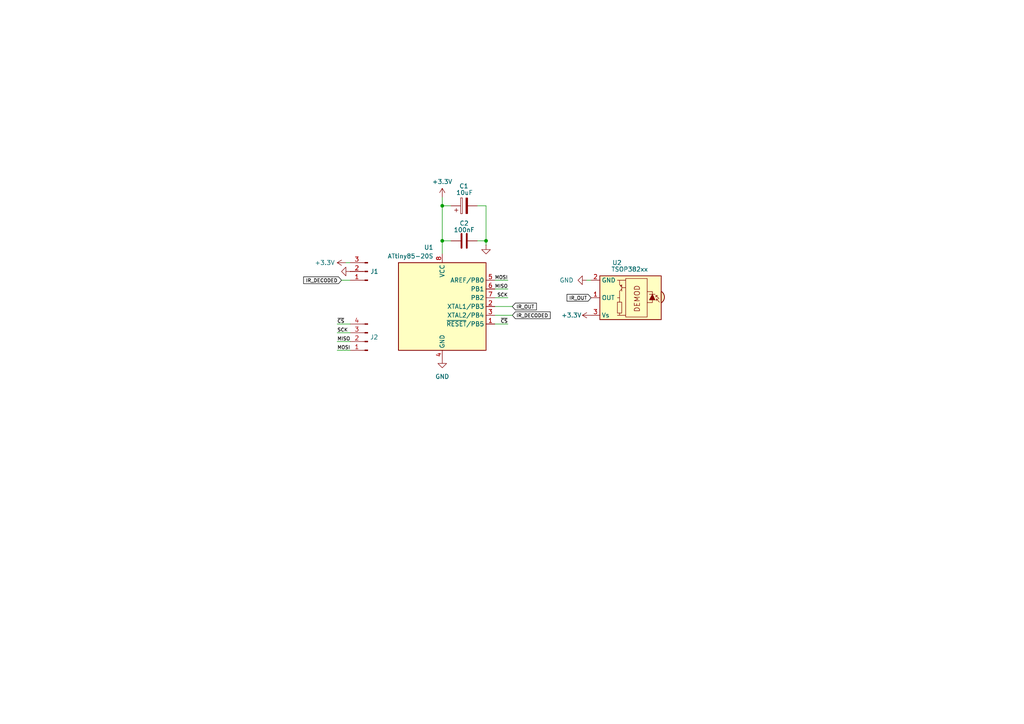
<source format=kicad_sch>
(kicad_sch (version 20231120) (generator "eeschema") (generator_version "8.0")
  (paper "A4")
  (lib_symbols
    (symbol "Connector:Conn_01x03_Pin" (pin_names (offset 1.016) hide)
      (property "Reference" "J" (at 0 5.08 0))
      (property "Value" "Conn_01x03_Pin" (at 0 -5.08 0))
      (symbol "Conn_01x03_Pin_1_1"
        (polyline (pts (xy 1.27 -2.54) (xy 0.8636 -2.54)) (stroke (width 0.1524)))
        (polyline (pts (xy 1.27 0) (xy 0.8636 0)) (stroke (width 0.1524)))
        (polyline (pts (xy 1.27 2.54) (xy 0.8636 2.54)) (stroke (width 0.1524)))
        (rectangle (start 0.8636 -2.413) (end 0 -2.667) (stroke (width 0.1524)) (fill (type outline)))
        (rectangle (start 0.8636 0.127) (end 0 -0.127) (stroke (width 0.1524)) (fill (type outline)))
        (rectangle (start 0.8636 2.667) (end 0 2.413) (stroke (width 0.1524)) (fill (type outline)))
        (pin passive line (at 5.08 2.54 180) (length 3.81) (name "Pin_1") (number "1"))
        (pin passive line (at 5.08 0 180) (length 3.81) (name "Pin_2") (number "2"))
        (pin passive line (at 5.08 -2.54 180) (length 3.81) (name "Pin_3") (number "3"))
      )
    )
    (symbol "Connector:Conn_01x04_Pin" (pin_names (offset 1.016) hide)
      (property "Reference" "J" (at 0 5.08 0))
      (property "Value" "Conn_01x04_Pin" (at 0 -7.62 0))
      (symbol "Conn_01x04_Pin_1_1"
        (polyline (pts (xy 1.27 -5.08) (xy 0.8636 -5.08)) (stroke (width 0.1524)))
        (polyline (pts (xy 1.27 -2.54) (xy 0.8636 -2.54)) (stroke (width 0.1524)))
        (polyline (pts (xy 1.27 0) (xy 0.8636 0)) (stroke (width 0.1524)))
        (polyline (pts (xy 1.27 2.54) (xy 0.8636 2.54)) (stroke (width 0.1524)))
        (rectangle (start 0.8636 -4.953) (end 0 -5.207) (stroke (width 0.1524)) (fill (type outline)))
        (rectangle (start 0.8636 -2.413) (end 0 -2.667) (stroke (width 0.1524)) (fill (type outline)))
        (rectangle (start 0.8636 0.127) (end 0 -0.127) (stroke (width 0.1524)) (fill (type outline)))
        (rectangle (start 0.8636 2.667) (end 0 2.413) (stroke (width 0.1524)) (fill (type outline)))
        (pin passive line (at 5.08 2.54 180) (length 3.81) (name "Pin_1") (number "1"))
        (pin passive line (at 5.08 0 180) (length 3.81) (name "Pin_2") (number "2"))
        (pin passive line (at 5.08 -2.54 180) (length 3.81) (name "Pin_3") (number "3"))
        (pin passive line (at 5.08 -5.08 180) (length 3.81) (name "Pin_4") (number "4"))
      )
    )
    (symbol "Device:C" (pin_numbers hide) (pin_names (offset 0.254))
      (property "Reference" "C" (at 0.635 2.54 0))
      (property "Value" "C" (at 0.635 -2.54 0))
      (symbol "C_0_1"
        (polyline (pts (xy -2.032 -0.762) (xy 2.032 -0.762)) (stroke (width 0.508)))
        (polyline (pts (xy -2.032 0.762) (xy 2.032 0.762)) (stroke (width 0.508)))
      )
      (symbol "C_1_1"
        (pin passive line (at 0 3.81 270) (length 2.794) (name "~") (number "1"))
        (pin passive line (at 0 -3.81 90) (length 2.794) (name "~") (number "2"))
      )
    )
    (symbol "Device:C_Polarized" (pin_numbers hide) (pin_names (offset 0.254))
      (property "Reference" "C" (at 0.635 2.54 0))
      (property "Value" "C_Polarized" (at 0.635 -2.54 0))
      (symbol "C_Polarized_0_1"
        (rectangle (start -2.286 0.508) (end 2.286 1.016))
        (polyline (pts (xy -1.778 2.286) (xy -0.762 2.286)))
        (polyline (pts (xy -1.27 2.794) (xy -1.27 1.778)))
        (rectangle (start 2.286 -0.508) (end -2.286 -1.016) (fill (type outline)))
      )
      (symbol "C_Polarized_1_1"
        (pin passive line (at 0 3.81 270) (length 2.794) (name "~") (number "1"))
        (pin passive line (at 0 -3.81 90) (length 2.794) (name "~") (number "2"))
      )
    )
    (symbol "Interface_Optical:TSOP382xx"
      (property "Reference" "U" (at -10.16 7.62 0))
      (property "Value" "TSOP382xx" (at -10.16 -7.62 0))
      (symbol "TSOP382xx_0_0"
        (arc (start -10.287 1.397) (mid -11.0899 -0.1852) (end -10.287 -1.778) (stroke (width 0.254)) (fill (type background)))
        (polyline (pts (xy 1.905 -5.08) (xy 0.127 -5.08)))
        (polyline (pts (xy 1.905 5.08) (xy 0.127 5.08)))
        (text "DEMOD" (at -3.175 0.254 900) (effects (font (size 1.524 1.524))))
      )
      (symbol "TSOP382xx_0_1"
        (rectangle (start -6.096 5.588) (end 0.127 -5.588))
        (polyline (pts (xy -8.763 0.381) (xy -9.652 1.27)))
        (polyline (pts (xy -8.763 0.381) (xy -9.271 0.381)))
        (polyline (pts (xy -8.763 0.381) (xy -8.763 0.889)))
        (polyline (pts (xy -8.636 -0.635) (xy -9.525 0.254)))
        (polyline (pts (xy -8.636 -0.635) (xy -9.144 -0.635)))
        (polyline (pts (xy -8.636 -0.635) (xy -8.636 -0.127)))
        (polyline (pts (xy -8.382 -1.016) (xy -6.731 -1.016)))
        (polyline (pts (xy 1.27 -2.921) (xy 0.127 -2.921)))
        (polyline (pts (xy 1.27 -1.905) (xy 1.27 -3.81)))
        (polyline (pts (xy 1.397 -3.556) (xy 1.524 -3.556)))
        (polyline (pts (xy 1.651 -3.556) (xy 1.524 -3.556)))
        (polyline (pts (xy 1.651 -3.556) (xy 1.651 -3.302)))
        (polyline (pts (xy 1.905 0) (xy 1.905 1.27)))
        (polyline (pts (xy 1.905 4.445) (xy 1.905 5.08) (xy 2.54 5.08)))
        (polyline (pts (xy -8.382 0.635) (xy -6.731 0.635) (xy -7.62 -1.016) (xy -8.382 0.635)) (fill (type outline)))
        (polyline (pts (xy -6.096 1.397) (xy -7.62 1.397) (xy -7.62 -1.778) (xy -6.096 -1.778)))
        (polyline (pts (xy 1.27 -3.175) (xy 1.905 -3.81) (xy 1.905 -5.08) (xy 2.54 -5.08)))
        (polyline (pts (xy 1.27 -2.54) (xy 1.905 -1.905) (xy 1.905 0) (xy 2.54 0)))
        (rectangle (start 2.54 1.27) (end 1.27 4.445))
        (rectangle (start 7.62 6.35) (end -10.16 -6.35) (stroke (width 0.254)) (fill (type background)))
      )
      (symbol "TSOP382xx_1_1"
        (pin output line (at 10.16 0 180) (length 2.54) (name "OUT") (number "1"))
        (pin power_in line (at 10.16 -5.08 180) (length 2.54) (name "GND") (number "2"))
        (pin power_in line (at 10.16 5.08 180) (length 2.54) (name "Vs") (number "3"))
      )
    )
    (symbol "MCU_Microchip_ATtiny:ATtiny85-20S"
      (property "Reference" "U" (at -12.7 13.97 0))
      (property "Value" "ATtiny85-20S" (at 2.54 -13.97 0))
      (symbol "ATtiny85-20S_0_1"
        (rectangle (start -12.7 -12.7) (end 12.7 12.7) (stroke (width 0.254)) (fill (type background)))
      )
      (symbol "ATtiny85-20S_1_1"
        (pin bidirectional line (at 15.24 -5.08 180) (length 2.54) (name "~{RESET}/PB5") (number "1"))
        (pin bidirectional line (at 15.24 0 180) (length 2.54) (name "XTAL1/PB3") (number "2"))
        (pin bidirectional line (at 15.24 -2.54 180) (length 2.54) (name "XTAL2/PB4") (number "3"))
        (pin power_in line (at 0 -15.24 90) (length 2.54) (name "GND") (number "4"))
        (pin bidirectional line (at 15.24 7.62 180) (length 2.54) (name "AREF/PB0") (number "5"))
        (pin bidirectional line (at 15.24 5.08 180) (length 2.54) (name "PB1") (number "6"))
        (pin bidirectional line (at 15.24 2.54 180) (length 2.54) (name "PB2") (number "7"))
        (pin power_in line (at 0 15.24 270) (length 2.54) (name "VCC") (number "8"))
      )
    )
    (symbol "power:+3.3V" (power) (pin_numbers hide) (pin_names (offset 0) hide)
      (property "Value" "+3.3V" (at 0 3.556 0))
      (symbol "+3.3V_0_1"
        (polyline (pts (xy -0.762 1.27) (xy 0 2.54)))
        (polyline (pts (xy 0 0) (xy 0 2.54)))
        (polyline (pts (xy 0 2.54) (xy 0.762 1.27)))
      )
      (symbol "+3.3V_1_1"
        (pin power_in line (at 0 0 90) (length 0) (name "~") (number "1"))
      )
    )
    (symbol "power:GND" (power) (pin_numbers hide) (pin_names (offset 0) hide)
      (property "Value" "GND" (at 0 -3.81 0))
      (symbol "GND_0_1"
        (polyline (pts (xy 0 0) (xy 0 -1.27) (xy 1.27 -1.27) (xy 0 -2.54) (xy -1.27 -1.27) (xy 0 -1.27)))
      )
      (symbol "GND_1_1"
        (pin power_in line (at 0 0 270) (length 0) (name "~") (number "1"))
      )
    )
  )
  (junction (at 128.27 59.69))
  (junction (at 140.97 69.85))
  (junction (at 128.27 69.85))
  (wire (pts (xy 97.79 101.6) (xy 101.6 101.6)))
  (wire (pts (xy 140.97 71.12) (xy 140.97 69.85)))
  (wire (pts (xy 128.27 69.85) (xy 128.27 73.66)))
  (wire (pts (xy 99.06 81.28) (xy 101.6 81.28)))
  (wire (pts (xy 97.79 93.98) (xy 101.6 93.98)))
  (wire (pts (xy 97.79 96.52) (xy 101.6 96.52)))
  (wire (pts (xy 130.81 59.69) (xy 128.27 59.69)))
  (wire (pts (xy 140.97 59.69) (xy 140.97 69.85)))
  (wire (pts (xy 147.32 83.82) (xy 143.51 83.82)))
  (wire (pts (xy 130.81 69.85) (xy 128.27 69.85)))
  (wire (pts (xy 140.97 69.85) (xy 138.43 69.85)))
  (wire (pts (xy 170.18 81.28) (xy 171.45 81.28)))
  (wire (pts (xy 147.32 93.98) (xy 143.51 93.98)))
  (wire (pts (xy 100.33 76.2) (xy 101.6 76.2)))
  (wire (pts (xy 138.43 59.69) (xy 140.97 59.69)))
  (wire (pts (xy 147.32 86.36) (xy 143.51 86.36)))
  (wire (pts (xy 128.27 57.15) (xy 128.27 59.69)))
  (wire (pts (xy 128.27 59.69) (xy 128.27 69.85)))
  (wire (pts (xy 97.79 99.06) (xy 101.6 99.06)))
  (wire (pts (xy 148.59 88.9) (xy 143.51 88.9)))
  (wire (pts (xy 143.51 91.44) (xy 148.59 91.44)))
  (wire (pts (xy 147.32 81.28) (xy 143.51 81.28)))
  (label "SCK" (at 147.32 86.36 180) (effects (font (size 1 1))))
  (label "MISO" (at 97.79 99.06 0) (effects (font (size 1 1))))
  (label "~{CS}" (at 97.79 93.98 0) (effects (font (size 1 1))))
  (label "MISO" (at 147.32 83.82 180) (effects (font (size 1 1))))
  (label "SCK" (at 97.79 96.52 0) (effects (font (size 1 1))))
  (label "~{CS}" (at 147.32 93.98 180) (effects (font (size 1 1))))
  (label "MOSI" (at 97.79 101.6 0) (effects (font (size 1 1))))
  (label "MOSI" (at 147.32 81.28 180) (effects (font (size 1 1))))
  (global_label "IR_DECODED" (shape input) (at 99.06 81.28 180) (effects (font (size 1 1))) (property "Intersheetrefs" "${INTERSHEET_REFS}" (effects (hide yes))))
  (global_label "IR_DECODED" (shape input) (at 148.59 91.44 0) (effects (font (size 1 1))) (property "Intersheetrefs" "${INTERSHEET_REFS}" (effects (hide yes))))
  (global_label "IR_OUT" (shape input) (at 171.45 86.36 180) (effects (font (size 1 1))) (property "Intersheetrefs" "${INTERSHEET_REFS}" (effects (hide yes))))
  (global_label "IR_OUT" (shape input) (at 148.59 88.9 0) (effects (font (size 1 1))) (property "Intersheetrefs" "${INTERSHEET_REFS}" (effects (hide yes))))
  (symbol (lib_id "power:GND") (at 170.18 81.28 270) (unit 1)
    (property "Reference" "#PWR06" (effects (hide yes)))
    (property "Value" "GND" (at 166.37 81.2799 90) (effects (justify right)))
    (property "Description" "Power symbol creates a global label with name \"GND\" , ground" (effects (hide yes)))
  )
  (symbol (lib_id "Interface_Optical:TSOP382xx") (at 181.61 86.36 180) (unit 1)
    (property "Reference" "U2" (at 180.34 76.2 0) (effects (justify left)))
    (property "Value" "TSOP382xx" (at 187.96 78.105 0) (effects (justify left)))
    (property "Footprint" "OptoDevice:Vishay_MINICAST-3Pin" (effects (hide yes)))
    (property "Datasheet" "http://www.vishay.com/docs/82491/tsop382.pdf" (effects (hide yes)))
    (property "Description" "Photo Modules for PCM Remote Control Systems" (effects (hide yes)))
  )
  (symbol (lib_id "power:GND") (at 140.97 71.12 0) (unit 1)
    (property "Reference" "#PWR05" (effects (hide yes)))
    (property "Value" "GND" (effects (hide yes)))
    (property "Description" "Power symbol creates a global label with name \"GND\" , ground" (effects (hide yes)))
  )
  (symbol (lib_id "Connector:Conn_01x03_Pin") (at 106.68 78.74 180) (unit 1)
    (property "Reference" "J1" (at 108.585 78.74 0))
    (property "Value" "Conn_01x03_Pin" (effects (hide yes)))
    (property "Footprint" "Connector_PinHeader_2.54mm:PinHeader_1x03_P2.54mm_Vertical" (effects (hide yes)))
    (property "Description" "Generic connector, single row, 01x03, script generated" (effects (hide yes)))
  )
  (symbol (lib_id "Connector:Conn_01x04_Pin") (at 106.68 99.06 180) (unit 1)
    (property "Reference" "J2" (at 107.315 97.79 0) (effects (justify right)))
    (property "Value" "Conn_01x04_Pin" (effects (hide yes)))
    (property "Footprint" "Connector_PinHeader_2.54mm:PinHeader_1x04_P2.54mm_Vertical" (effects (hide yes)))
    (property "Description" "Generic connector, single row, 01x04, script generated" (effects (hide yes)))
  )
  (symbol (lib_id "Device:C_Polarized") (at 134.62 59.69 90) (unit 1)
    (property "Reference" "C1" (at 135.89 53.975 90) (effects (justify left)))
    (property "Value" "10uF" (at 137.16 55.88 90) (effects (justify left)))
    (property "Footprint" "Capacitor_Tantalum_SMD:CP_EIA-3216-18_Kemet-A_Pad1.58x1.35mm_HandSolder" (effects (hide yes)))
  )
  (symbol (lib_id "power:+3.3V") (at 100.33 76.2 90) (unit 1)
    (property "Reference" "#PWR01" (effects (hide yes)))
    (property "Value" "+3.3V" (at 97.155 76.2 90) (effects (justify left)))
    (property "Description" "Power symbol creates a global label with name \"+3.3V\"" (effects (hide yes)))
  )
  (symbol (lib_id "Device:C") (at 134.62 69.85 90) (unit 1)
    (property "Reference" "C2" (at 134.62 64.77 90))
    (property "Value" "100nF" (at 134.62 66.675 90))
    (property "Footprint" "Capacitor_SMD:C_0805_2012Metric_Pad1.18x1.45mm_HandSolder" (effects (hide yes)))
    (property "Description" "Unpolarized capacitor" (effects (hide yes)))
  )
  (symbol (lib_id "power:+3.3V") (at 128.27 57.15 0) (unit 1)
    (property "Reference" "#PWR03" (effects (hide yes)))
    (property "Value" "+3.3V" (at 128.27 52.705 0))
    (property "Description" "Power symbol creates a global label with name \"+3.3V\"" (effects (hide yes)))
  )
  (symbol (lib_id "power:GND") (at 128.27 104.14 0) (unit 1)
    (property "Reference" "#PWR04" (effects (hide yes)))
    (property "Value" "GND" (at 128.27 109.22 0))
    (property "Description" "Power symbol creates a global label with name \"GND\" , ground" (effects (hide yes)))
  )
  (symbol (lib_id "MCU_Microchip_ATtiny:ATtiny85-20S") (at 128.27 88.9 0) (unit 1)
    (property "Reference" "U1" (at 125.73 71.755 0) (effects (justify right)))
    (property "Value" "ATtiny85-20S" (at 125.73 74.295 0) (effects (justify right)))
    (property "Footprint" "Package_SO:SOIC-8W_5.3x5.3mm_P1.27mm" (effects (hide yes)))
    (property "Datasheet" "http://ww1.microchip.com/downloads/en/DeviceDoc/atmel-2586-avr-8-bit-microcontroller-attiny25-attiny45-attiny85_datasheet.pdf" (effects (hide yes)))
    (property "Description" "20MHz, 8kB Flash, 512B SRAM, 512B EEPROM, debugWIRE, SOIC-8W" (effects (hide yes)))
  )
  (symbol (lib_id "power:GND") (at 101.6 78.74 270) (unit 1)
    (property "Reference" "#PWR02" (effects (hide yes)))
    (property "Value" "GND" (effects (hide yes)))
    (property "Description" "Power symbol creates a global label with name \"GND\" , ground" (effects (hide yes)))
  )
  (symbol (lib_id "power:+3.3V") (at 171.45 91.44 90) (unit 1)
    (property "Reference" "#PWR07" (effects (hide yes)))
    (property "Value" "+3.3V" (at 165.735 91.44 90))
    (property "Description" "Power symbol creates a global label with name \"+3.3V\"" (effects (hide yes)))
  )
)
</source>
